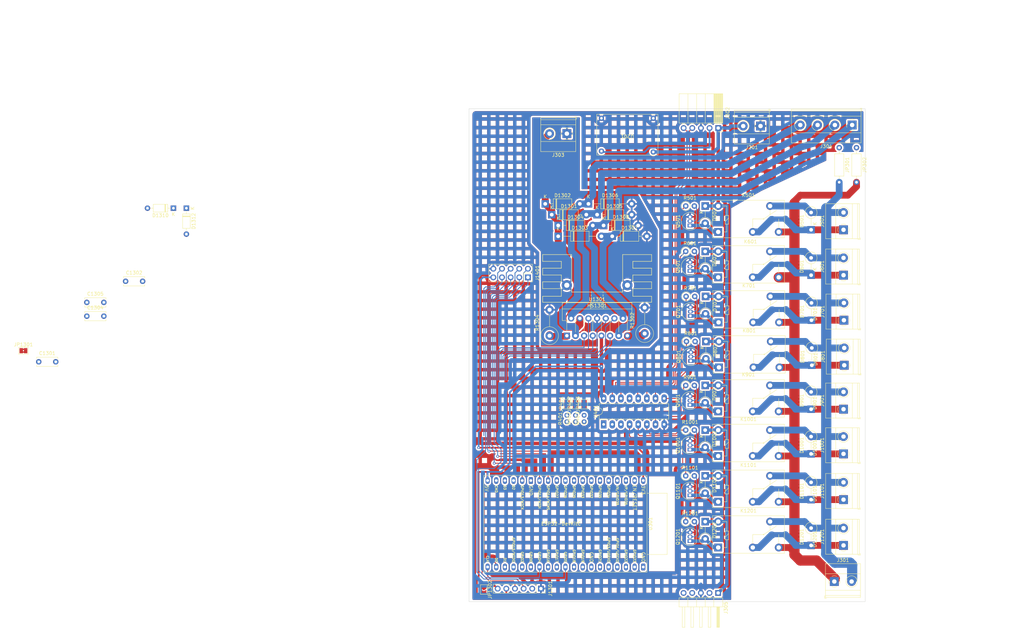
<source format=kicad_pcb>
(kicad_pcb (version 20211014) (generator pcbnew)

  (general
    (thickness 1.6)
  )

  (paper "A3" portrait)
  (layers
    (0 "F.Cu" signal)
    (31 "B.Cu" signal)
    (32 "B.Adhes" user "B.Adhesive")
    (33 "F.Adhes" user "F.Adhesive")
    (34 "B.Paste" user)
    (35 "F.Paste" user)
    (36 "B.SilkS" user "B.Silkscreen")
    (37 "F.SilkS" user "F.Silkscreen")
    (38 "B.Mask" user)
    (39 "F.Mask" user)
    (40 "Dwgs.User" user "User.Drawings")
    (41 "Cmts.User" user "User.Comments")
    (42 "Eco1.User" user "User.Eco1")
    (43 "Eco2.User" user "User.Eco2")
    (44 "Edge.Cuts" user)
    (45 "Margin" user)
    (46 "B.CrtYd" user "B.Courtyard")
    (47 "F.CrtYd" user "F.Courtyard")
    (48 "B.Fab" user)
    (49 "F.Fab" user)
    (50 "User.1" user "Nutzer.1")
    (51 "User.2" user "Nutzer.2")
    (52 "User.3" user "Nutzer.3")
    (53 "User.4" user "Nutzer.4")
    (54 "User.5" user "Nutzer.5")
    (55 "User.6" user "Nutzer.6")
    (56 "User.7" user "Nutzer.7")
    (57 "User.8" user "Nutzer.8")
    (58 "User.9" user "Nutzer.9")
  )

  (setup
    (stackup
      (layer "F.SilkS" (type "Top Silk Screen"))
      (layer "F.Paste" (type "Top Solder Paste"))
      (layer "F.Mask" (type "Top Solder Mask") (thickness 0.01))
      (layer "F.Cu" (type "copper") (thickness 0.035))
      (layer "dielectric 1" (type "core") (thickness 1.51) (material "FR4") (epsilon_r 4.5) (loss_tangent 0.02))
      (layer "B.Cu" (type "copper") (thickness 0.035))
      (layer "B.Mask" (type "Bottom Solder Mask") (thickness 0.01))
      (layer "B.Paste" (type "Bottom Solder Paste"))
      (layer "B.SilkS" (type "Bottom Silk Screen"))
      (copper_finish "None")
      (dielectric_constraints no)
    )
    (pad_to_mask_clearance 0)
    (pcbplotparams
      (layerselection 0x003ffff_ffffffff)
      (disableapertmacros false)
      (usegerberextensions false)
      (usegerberattributes true)
      (usegerberadvancedattributes true)
      (creategerberjobfile true)
      (svguseinch false)
      (svgprecision 6)
      (excludeedgelayer true)
      (plotframeref true)
      (viasonmask false)
      (mode 1)
      (useauxorigin false)
      (hpglpennumber 1)
      (hpglpenspeed 20)
      (hpglpendiameter 15.000000)
      (dxfpolygonmode true)
      (dxfimperialunits true)
      (dxfusepcbnewfont true)
      (psnegative false)
      (psa4output false)
      (plotreference true)
      (plotvalue true)
      (plotinvisibletext false)
      (sketchpadsonfab false)
      (subtractmaskfromsilk false)
      (outputformat 4)
      (mirror false)
      (drillshape 2)
      (scaleselection 1)
      (outputdirectory "Ausgaben/")
    )
  )

  (net 0 "")
  (net 1 "+12V")
  (net 2 "/Digital/Relais Ansteuerung/A")
  (net 3 "/Digital/Motortreiber/1Mess")
  (net 4 "/Digital/Relais Ansteuerung/B")
  (net 5 "Net-(Q501-Pad2)")
  (net 6 "GND")
  (net 7 "Net-(Q601-Pad2)")
  (net 8 "Net-(Q701-Pad2)")
  (net 9 "Net-(Q801-Pad2)")
  (net 10 "Net-(Q901-Pad2)")
  (net 11 "Net-(Q1001-Pad2)")
  (net 12 "Net-(Q1101-Pad2)")
  (net 13 "Net-(Q1201-Pad2)")
  (net 14 "/Digital/Motortreiber/2Mess")
  (net 15 "unconnected-(U401-Pad13)")
  (net 16 "/Digital/Relais Ansteuerung/Relais0/On")
  (net 17 "/Digital/Relais Ansteuerung/Relais1/On")
  (net 18 "/Digital/Relais Ansteuerung/Relais2/On")
  (net 19 "/Digital/Relais Ansteuerung/Relais3/On")
  (net 20 "/Digital/Relais Ansteuerung/Relais4/On")
  (net 21 "/Digital/Relais Ansteuerung/Relais5/On")
  (net 22 "/Digital/Relais Ansteuerung/Relais6/On")
  (net 23 "/Digital/Relais Ansteuerung/Relais7/On")
  (net 24 "/Digital/Lan/SCK")
  (net 25 "+3V3")
  (net 26 "unconnected-(U301-Pad2)")
  (net 27 "unconnected-(U301-Pad3)")
  (net 28 "unconnected-(U301-Pad4)")
  (net 29 "unconnected-(U301-Pad5)")
  (net 30 "unconnected-(U301-Pad6)")
  (net 31 "unconnected-(U301-Pad7)")
  (net 32 "unconnected-(U301-Pad8)")
  (net 33 "unconnected-(U301-Pad9)")
  (net 34 "unconnected-(U301-Pad10)")
  (net 35 "unconnected-(U301-Pad11)")
  (net 36 "/Digital/Lan/So")
  (net 37 "/Digital/Lan/Si")
  (net 38 "unconnected-(U301-Pad14)")
  (net 39 "/Digital/PCA9635 Servo/OE")
  (net 40 "unconnected-(U301-Pad16)")
  (net 41 "unconnected-(U301-Pad17)")
  (net 42 "unconnected-(U301-Pad18)")
  (net 43 "/Digital/SCL")
  (net 44 "Net-(J1301-Pad6)")
  (net 45 "unconnected-(U301-Pad22)")
  (net 46 "unconnected-(U301-Pad23)")
  (net 47 "unconnected-(U301-Pad24)")
  (net 48 "unconnected-(U301-Pad25)")
  (net 49 "/Digital/Lan/Cs")
  (net 50 "unconnected-(U301-Pad27)")
  (net 51 "unconnected-(U301-Pad28)")
  (net 52 "/Digital/Lan/CLK")
  (net 53 "unconnected-(U301-Pad30)")
  (net 54 "unconnected-(U301-Pad31)")
  (net 55 "unconnected-(U301-Pad32)")
  (net 56 "unconnected-(U301-Pad33)")
  (net 57 "unconnected-(U301-Pad34)")
  (net 58 "unconnected-(U301-Pad35)")
  (net 59 "unconnected-(U301-Pad36)")
  (net 60 "unconnected-(U301-Pad37)")
  (net 61 "unconnected-(U301-Pad38)")
  (net 62 "/Digital/Lan/Wol")
  (net 63 "/Digital/Relais Ansteuerung/Relais0/AB")
  (net 64 "/Digital/Relais Ansteuerung/Relais1/AB")
  (net 65 "/Digital/Relais Ansteuerung/Relais2/AB")
  (net 66 "/Digital/Relais Ansteuerung/Relais3/AB")
  (net 67 "/Digital/Relais Ansteuerung/Relais4/AB")
  (net 68 "/Digital/Relais Ansteuerung/Relais5/AB")
  (net 69 "/Digital/Relais Ansteuerung/Relais6/AB")
  (net 70 "/Digital/Relais Ansteuerung/Relais7/AB")
  (net 71 "/Digital/Relais Ansteuerung/Relais0/mitte")
  (net 72 "/Digital/Relais Ansteuerung/Relais1/mitte")
  (net 73 "/Digital/Relais Ansteuerung/Relais2/mitte")
  (net 74 "/Digital/Relais Ansteuerung/Relais3/mitte")
  (net 75 "/Digital/Relais Ansteuerung/Relais4/mitte")
  (net 76 "/Digital/Relais Ansteuerung/Relais5/mitte")
  (net 77 "/Digital/Relais Ansteuerung/Relais6/mitte")
  (net 78 "/Digital/Relais Ansteuerung/Relais7/mitte")
  (net 79 "/Digital/Motortreiber/M2B")
  (net 80 "/Digital/Motortreiber/M2A")
  (net 81 "/Digital/Motortreiber/M1B")
  (net 82 "/Digital/Motortreiber/M1A")
  (net 83 "/Digital/Motortreiber/1m")
  (net 84 "/Digital/Motortreiber/1A")
  (net 85 "/Digital/Motortreiber/1Enable")
  (net 86 "/Digital/Motortreiber/1B")
  (net 87 "+5V")
  (net 88 "/Digital/Motortreiber/2A")
  (net 89 "/Digital/Motortreiber/2Enable")
  (net 90 "/Digital/Motortreiber/2B")
  (net 91 "/Digital/Motortreiber/2m")
  (net 92 "/Digital/Motortreiber/GNDPWR")
  (net 93 "/Digital/Motortreiber/VS")
  (net 94 "Net-(JP401-Pad2)")
  (net 95 "Net-(JP402-Pad2)")
  (net 96 "Net-(JP403-Pad2)")
  (net 97 "/Digital/Lan/Reset")
  (net 98 "/Digital/SDA")
  (net 99 "/Digital/Lan/Int")

  (footprint "Diode_THT:D_DO-41_SOD81_P5.08mm_Vertical_KathodeUp" (layer "F.Cu") (at 178.541408 260.243591 90))

  (footprint "Diode_THT:D_DO-41_SOD81_P5.08mm_Vertical_KathodeUp" (layer "F.Cu") (at 147.32 226.695 -90))

  (footprint "Diode_THT:D_DO-41_SOD81_P5.08mm_Vertical_KathodeUp" (layer "F.Cu") (at 147.315 305.963591 -90))

  (footprint "Diode_THT:D_DO-41_SOD81_P5.08mm_Vertical_KathodeUp" (layer "F.Cu") (at 178.43 312.948591 90))

  (footprint "Resistor_THT:R_Axial_DIN0207_L6.3mm_D2.5mm_P10.16mm_Horizontal" (layer "F.Cu") (at 186.69 209.55 -90))

  (footprint "Relay_THT:Relay_SPDT_Omron-G5Q-1" (layer "F.Cu") (at 151.251408 260.868591))

  (footprint "Resistor_THT:R_Axial_DIN0207_L6.3mm_D2.5mm_P2.54mm_Vertical" (layer "F.Cu") (at 141.605 279.4))

  (footprint "Resistor_THT:R_Axial_DIN0207_L6.3mm_D2.5mm_P2.54mm_Vertical" (layer "F.Cu") (at 141.711408 253.258591))

  (footprint "Diode_THT:D_DO-35_SOD27_P7.62mm_Horizontal" (layer "F.Cu") (at -5.08 227.33 -90))

  (footprint "Connector_PinSocket_2.54mm:PinSocket_1x06_P2.54mm_Vertical" (layer "F.Cu") (at 99.06 339.09 -90))

  (footprint "Package_TO_SOT_THT:TO-92_Inline" (layer "F.Cu") (at 143.087817 272.202183 90))

  (footprint "Resistor_THT:R_Axial_DIN0207_L6.3mm_D2.5mm_P2.54mm_Vertical" (layer "F.Cu") (at 141.817817 266.487183))

  (footprint "Capacitor_THT:C_Disc_D6.0mm_W2.5mm_P5.00mm" (layer "F.Cu") (at -48.46 272.455))

  (footprint "Resistor_THT:R_Axial_DIN0516_L15.5mm_D5.0mm_P7.62mm_Vertical" (layer "F.Cu") (at 101.6 264.795 90))

  (footprint "Diode_THT:D_DO-41_SOD81_P12.70mm_Horizontal" (layer "F.Cu") (at 113.03 226.06))

  (footprint "Resistor_THT:R_Axial_DIN0204_L3.6mm_D1.6mm_P1.90mm_Vertical" (layer "F.Cu") (at 106.68 290.068 90))

  (footprint "Jumper:SolderJumper-2_P1.3mm_Open_TrianglePad1.0x1.5mm" (layer "F.Cu") (at 111.76 284.903 90))

  (footprint "Diode_THT:D_DO-41_SOD81_P10.16mm_Horizontal" (layer "F.Cu") (at 120.015 235.585))

  (footprint "Diode_THT:D_DO-41_SOD81_P12.70mm_Horizontal" (layer "F.Cu") (at 104.14 235.585))

  (footprint "Relay_THT:Relay_SPDT_Omron-G5Q-1" (layer "F.Cu") (at 151.357817 274.097183))

  (footprint "Diode_THT:D_DO-41_SOD81_P10.16mm_Horizontal" (layer "F.Cu") (at 115.57 229.235))

  (footprint "Resistor_THT:R_Axial_DIN0516_L15.5mm_D5.0mm_P7.62mm_Vertical" (layer "F.Cu") (at 129.54 264.16 90))

  (footprint "TerminalBlock_Phoenix:TerminalBlock_Phoenix_MKDS-1,5-2-5.08_1x02_P5.08mm_Horizontal" (layer "F.Cu") (at 106.685 205.435 180))

  (footprint "Diode_THT:D_DO-41_SOD81_P5.08mm_Vertical_KathodeUp" (layer "F.Cu") (at 178.435 233.68 90))

  (footprint "Jumper:SolderJumper-2_P1.3mm_Open_TrianglePad1.0x1.5mm" (layer "F.Cu") (at 109.22 284.903 90))

  (footprint "TerminalBlock_Phoenix:TerminalBlock_Phoenix_MKDS-1,5-2-5.08_1x02_P5.08mm_Horizontal" (layer "F.Cu") (at 187.96 286.385 90))

  (footprint "TerminalBlock_Phoenix:TerminalBlock_Phoenix_MKDS-1,5-2-5.08_1x02_P5.08mm_Horizontal" (layer "F.Cu") (at 187.96 326.39 90))

  (footprint "Diode_THT:D_DO-41_SOD81_P5.08mm_Vertical_KathodeUp" (layer "F.Cu") (at 147.32 319.405 -90))

  (footprint "Diode_THT:D_DO-41_SOD81_P5.08mm_Vertical_KathodeUp" (layer "F.Cu") (at 178.435 326.39 90))

  (footprint "TerminalBlock_Phoenix:TerminalBlock_Phoenix_MKDS-1,5-2-5.08_1x02_P5.08mm_Horizontal" (layer "F.Cu") (at 187.955 299.507183 90))

  (footprint "Resistor_THT:R_Axial_DIN0207_L6.3mm_D2.5mm_P2.54mm_Vertical" (layer "F.Cu") (at 141.6 305.963591))

  (footprint "Resistor_THT:R_Axial_DIN0207_L6.3mm_D2.5mm_P2.54mm_Vertical" (layer "F.Cu") (at 141.605 226.695))

  (footprint "Capacitor_THT:C_Disc_D6.0mm_W2.5mm_P5.00mm" (layer "F.Cu") (at -22.94 248.805))

  (footprint "Resistor_THT:R_Axial_DIN0207_L6.3mm_D2.5mm_P2.54mm_Vertical" (layer "F.Cu") (at 141.6 292.522183))

  (footprint "Jumper:SolderJumper-2_P1.3mm_Bridged2Bar_Pad1.0x1.5mm" (layer "F.Cu") (at -52.95 269.195))

  (footprint "Diode_THT:D_DO-41_SOD81_P5.08mm_Vertical_KathodeUp" (layer "F.Cu") (at 178.647817 273.472183 90))

  (footprint "Relay_THT:Relay_SPDT_Omron-G5Q-1" (layer "F.Cu") (at 151.14 300.132183))

  (footprint "TerminalBlock_Phoenix:TerminalBlock_Phoenix_MKDS-1,5-2-5.08_1x02_P5.08mm_Horizontal" (layer "F.Cu") (at 187.955 312.948591 90))

  (footprint "Diode_THT:D_DO-41_SOD81_P5.08mm_Vertical_KathodeUp" (layer "F.Cu") (at 178.435 247.015 90))

  (footprint "TerminalBlock_Phoenix:TerminalBlock_Phoenix_MKDS-1,5-2-5.08_1x02_P5.08mm_Horizontal" (layer "F.Cu") (at 185.255 337.005))

  (footprint "Jumper:SolderJumper-2_P1.3mm_Open_TrianglePad1.0x1.5mm" (layer "F.Cu") (at 82.296 339.344 -90))

  (footprint "TerminalBlock_Phoenix:TerminalBlock_Phoenix_MKDS-1,5-2-5.08_1x02_P5.08mm_Horizontal" (layer "F.Cu") (at 187.96 247.015 90))

  (footprint "TerminalBlock_Phoenix:TerminalBlock_Phoenix_MKDS-1,5-2-5.08_1x02_P5.08mm_Horizontal" (layer "F.Cu") (at 187.96 233.68 90))

  (footprint "Relay_THT:Relay_SPDT_Omron-G5Q-1" (layer "F.Cu") (at 151.145 287.01))

  (footprint "TerminalBlock_Phoenix:TerminalBlock_Phoenix_MKDS-1,5-2-5.08_1x02_P5.08mm_Horizontal" (layer "F.Cu")
    (tedit 5B294EBC) (tstamp 8173dd2f-26f9-4bc2-9ac5-fa6c09332c8e)
    (at 163.576 203.2 180)
    (descr "Terminal Block Phoenix MKDS-1,5-2-5.08, 2 pins, pitch 5.08mm, size 10.2x9.8mm^2, drill diamater 1.3mm, pad diameter 2.6mm, see http://www.farnell.com/datasheets/100425.pdf, script-generated using https://github.com/pointhi/kicad-footprint-generator/scripts/TerminalBlock_Phoenix")
    (tags "THT Terminal Block Phoenix MKDS-1,5-2-5.08 pitch 5.08mm size 10.2x9.8mm^2 drill 1.3mm pad 2.6mm")
    (property "Sheetfile" "strom.kicad_sch")
    (property "Sheetname" "Stromversorgung")
    (path "/2e7f3dd4-50ff-427a-80eb-8563e69a085c/2ed536b2-ee32-42c7-83d8-2423b2024ce6")
    (attr through_hole)
    (fp_text reference "J201" (at 2.54 -6.26) (layer "F.SilkS")
      (effects (font (size 1 1) (thickness 0.15)))
      (tstamp 7fa6a00c-66f7-4616-a529-99a3a6eaaa0e)
    )
    (fp_text value "Screw_Terminal_01x02" (at 2.54 5.66) (layer "F.Fab")
      (effects (font (size 1 1) (thickness 0.15)))
      (tstamp 11be4fe2-3844-4640-ab74-4eb443728701)
    )
    (fp_text user "${REFERENCE}" (at 2.54 3.2) (layer "F.Fab")
      (effects (font (size 1 1) (thickness 0.15)))
      (tstamp 4d9e031a-b091-4040-b188-0d03a82ddc7c)
    )
    (fp_line (start -2.6 -5.261) (end 7.68 -5.261) (layer "F.SilkS") (width 0.12) (tstamp 0ba63d92-8d75-4d10-8d9d-9abe26b02317))
    (fp_line (start -2.6 4.66) (end 7.68 4.66) (layer "F.SilkS") (width 0.12) (tstamp 376159ef-e2de-46ec-b8e4-6bd9943b0a74))
    (fp_line (start 7.68 -5.261) (end 7.68 4.66) (layer "F.SilkS") (width 0.12) (tstamp 4c795d32-3f0d-4319-9ab8-ac5338ad00aa))
    (fp_line (start -2.6 -5.261) (end -2.6 4.66) (layer "F.SilkS") (width 0.12) (tstamp 4c91f326-4533-42b9-817a-37505fa16e7e))
    (fp_line (start -2.6 2.6) (end 7.68 2.6) (layer "F.SilkS") (width 0.12) (tstamp 64c76684-0aed-4c2d-8868-1445e88914fa))
    (fp_line (start -2.84 4.9) (end -2.34 4.9) (layer "F.SilkS") (width 0.12) (tstamp 87b9e16e-e399-4a43-9950-1d1b239f5c74))
    (fp_line (start 3.853 1.023) (end 3.806 1.069) (layer "F.SilkS") (width 0.12) (tstamp 8e325608-1633-4f6a-abfc-4d790527cd80))
    (fp_line (start 6.355 -1.069) (end 6.308 -1.023) (layer "F.SilkS") (width 0.12) (tstamp a73854b0-fde8-47c6-b794-8f14dc841603))
    (fp_line (start -2.84 4.16) (end -2.84 4.9) (layer "F.SilkS") (width 0.12) (tstamp c38f41fb-5912-47f6-8f3f-b58c184485ab))
    (fp_line (start -2.6 4.1) (end 7.68 4.1) (layer "F.SilkS") (width 0.12) (tstamp c869e7c3-81aa-4c42-aca0-b354f08eb2b1))
    (fp_line (start -2.6 -2.301) (end 7.68 -2.301) (layer "F.SilkS") (width 0.12) (tstamp e990170c-fc23-4596-aa92-292292ea54c8))
    (fp_line (start 4.046 1.239) (end 4.011 1.274) (layer "F.SilkS") (width 0.12) (tstamp ef33776e-832a-4842-a727-010c0438c111))
    (fp_line (start 6.15 -1.275) (end 6.115 -1.239) (layer "F.SilkS") (width 0.12) (tstamp f166d02e-45db-4db4-87b0-a51c2129893b))
    (fp_arc (start -1.535427 0.683042) (mid -1.680501 -0.000524) (end -1.535 -0.684) (layer "F.SilkS") (width 0.12) (tstamp 16fd6831-efb9-4975-8a06-393608da37c4))
    (fp_arc (start 1.535427 -0.683042) (mid 1.680501 0.000524) (end 1.535 0.684) (layer "F.SilkS") (width 0.12) (tstamp 23d2d17b-e4b3-4347-af2e-50c8994d11eb))
    (fp_arc (start 0.028805 1.680253) (mid -0.335551 1.646659) (end -0.684 1.535) (layer "F.SilkS") (width 0.12) (tstamp 76b56147-6023-4605-9f59-b06dc9b2d245))
    (fp_arc (start 0.683318 1.534756) (mid 0.349292 1.643288) (end 0 1.68) (layer "F.SilkS") (width 0.12) (tstamp abdd0dcf-9989-4568-af26-9159f5927f07))
    (fp_arc (start -0.683042 -1.535427) (mid 0.000524 -1.680501) (end 0.684 -1.535) (layer "F.SilkS") (width 0.12) (tstamp df809d1e-ec96-4eb2-9650-6c765882a966))
    (fp_circle (center 5.08 0) (end 6.76 0) (layer "F.SilkS") (width 0.12) (fill none) (tstamp 806c7ee5-6b7c-4bde-a948-9a7405102eb1))
    (fp_line (start -3.04 -5.71) (end -3.04 5.1) (layer "F.CrtYd") (width 0.05) (tstamp a6e3fdcf-19dd-425a-8baa-6cfe9d031d49))
    (fp_line (start -3.04 5.1) (end 8.13 5.1) (layer "F.CrtYd") (width 0.05) (tstamp aa6447a5-8ce5-4888-b3f4-182ac6ec0f50))
    (fp_line (start 8.13 -5.71) (end -3.04 -5.71) (layer "F.CrtYd") (width 0.05) (tstamp e7c5869f-19e3-4e9e-8b3f-33d0172330ea))
    (fp_line (start 8.13 5.1) (end 8.13 -5.71) (layer "F.CrtYd") (width 0.05) (tstamp fca543a6-cc63-4f57-ab71-f817da77987c))
    (fp_line (start 7.62 4.6) (end -2.04 4.6) (layer "F.Fab") (width 0.1) (tstamp 0f6a3a6c-4738-4ce7-87bb-bbc1eb6a4b0b))
    (fp_line (start -2.54 -5.2) (end 7.62 -5.2) (layer "F.Fab") (width 0.1) (tstamp 24a75261-e81a-4d66-94b0-60e881dd0a02))
    (fp_line (start 6.218 -0.955) (end 4.126 1.138) (layer "F.Fab") (width 0.1) (tstamp 6f57e41e-935c-412e-8528-53b4d2323afb))
    (fp_line (start -2.54 4.1) (end -2.54 -5.2) (layer "F.Fab") (width 0.1) (tstamp 793a287f-5348-447a-ae3f-410293079f5b))
    (fp_line (start -2.04 4.6) (end -2.54 4.1) (layer "F.Fab") (width 0.1) (tstamp 7a6cf8d8-9ad5-4003-83c2-d1877cf3b2ab))
    (fp_line (start 7.62 -5.2) (end 7.62 4.6) (layer "F.Fab") (width 0.1) (tstamp 7e8da096-930e-4fb0-b230-a6df8d5bf185))
    (fp_line (start 6.035 -1.138) (end 3.943 0.955) (layer "F.Fab") (width 
... [2063193 chars truncated]
</source>
